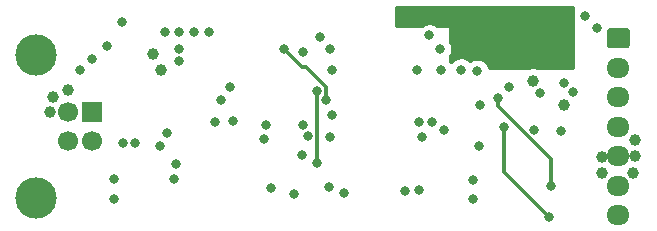
<source format=gbr>
G04 #@! TF.GenerationSoftware,KiCad,Pcbnew,(5.1.7)-1*
G04 #@! TF.CreationDate,2020-10-20T19:41:26+02:00*
G04 #@! TF.ProjectId,EQMOD_DIRECT_Isolated,45514d4f-445f-4444-9952-4543545f4973,rev?*
G04 #@! TF.SameCoordinates,Original*
G04 #@! TF.FileFunction,Copper,L4,Bot*
G04 #@! TF.FilePolarity,Positive*
%FSLAX46Y46*%
G04 Gerber Fmt 4.6, Leading zero omitted, Abs format (unit mm)*
G04 Created by KiCad (PCBNEW (5.1.7)-1) date 2020-10-20 19:41:26*
%MOMM*%
%LPD*%
G01*
G04 APERTURE LIST*
G04 #@! TA.AperFunction,ComponentPad*
%ADD10O,1.950000X1.700000*%
G04 #@! TD*
G04 #@! TA.AperFunction,ComponentPad*
%ADD11R,1.700000X1.700000*%
G04 #@! TD*
G04 #@! TA.AperFunction,ComponentPad*
%ADD12C,1.700000*%
G04 #@! TD*
G04 #@! TA.AperFunction,ComponentPad*
%ADD13C,3.500000*%
G04 #@! TD*
G04 #@! TA.AperFunction,ViaPad*
%ADD14C,0.800000*%
G04 #@! TD*
G04 #@! TA.AperFunction,ViaPad*
%ADD15C,1.000000*%
G04 #@! TD*
G04 #@! TA.AperFunction,Conductor*
%ADD16C,0.300000*%
G04 #@! TD*
G04 #@! TA.AperFunction,Conductor*
%ADD17C,0.254000*%
G04 #@! TD*
G04 #@! TA.AperFunction,Conductor*
%ADD18C,0.100000*%
G04 #@! TD*
G04 APERTURE END LIST*
D10*
X144907000Y-107837000D03*
X144907000Y-105337000D03*
X144907000Y-102837000D03*
X144907000Y-100337000D03*
X144907000Y-97837000D03*
X144907000Y-95337000D03*
G04 #@! TA.AperFunction,ComponentPad*
G36*
G01*
X144182000Y-91987000D02*
X145632000Y-91987000D01*
G75*
G02*
X145882000Y-92237000I0J-250000D01*
G01*
X145882000Y-93437000D01*
G75*
G02*
X145632000Y-93687000I-250000J0D01*
G01*
X144182000Y-93687000D01*
G75*
G02*
X143932000Y-93437000I0J250000D01*
G01*
X143932000Y-92237000D01*
G75*
G02*
X144182000Y-91987000I250000J0D01*
G01*
G37*
G04 #@! TD.AperFunction*
D11*
X100330000Y-99060000D03*
D12*
X100330000Y-101560000D03*
X98330000Y-101560000D03*
X98330000Y-99060000D03*
D13*
X95620000Y-94290000D03*
X95620000Y-106330000D03*
D14*
X107442000Y-103486520D03*
X101594823Y-93522800D03*
X107315000Y-104775000D03*
X107696000Y-94742000D03*
X107696000Y-93726000D03*
X112268000Y-99822000D03*
X115062000Y-100203000D03*
X110786616Y-99937836D03*
X111252000Y-98044000D03*
X114909600Y-101346000D03*
X112014000Y-96926400D03*
X119634000Y-92710000D03*
X120523000Y-93726000D03*
X102870000Y-91440000D03*
X120650000Y-99314000D03*
X118237000Y-100203000D03*
X120396000Y-105410000D03*
X121666000Y-105918000D03*
X102235000Y-106426000D03*
X104013000Y-101727000D03*
X102997000Y-101727000D03*
D15*
X96774000Y-99060000D03*
X97028000Y-97790000D03*
X98330000Y-97250000D03*
D14*
X100318600Y-94626400D03*
X99341447Y-95531447D03*
X106680000Y-100838000D03*
X106533110Y-92300990D03*
X107724010Y-92300990D03*
X108994010Y-92300990D03*
X110264010Y-92300990D03*
X115500998Y-105480001D03*
X106121200Y-101955600D03*
X117476979Y-106043003D03*
X120650000Y-95504000D03*
X118205001Y-94011999D03*
X118110000Y-102705000D03*
X120523000Y-101219000D03*
X118606045Y-101132413D03*
X102235000Y-104775000D03*
D15*
X106181000Y-95495000D03*
X105511600Y-94197500D03*
D14*
X127889000Y-95504000D03*
X129921000Y-95504000D03*
X128270000Y-101219000D03*
X132610331Y-104797331D03*
X142113000Y-90932000D03*
X143129000Y-91948000D03*
D15*
X137644000Y-96417000D03*
X140298500Y-98461500D03*
D14*
X138279000Y-97433000D03*
X133167330Y-98475764D03*
X128905000Y-92583000D03*
X129794000Y-93726000D03*
X133097202Y-101982872D03*
X132945000Y-95591500D03*
X130161000Y-100598000D03*
X128016000Y-99949000D03*
X129159000Y-99949000D03*
X126873000Y-105791000D03*
X128016000Y-105664000D03*
X132588000Y-106426000D03*
X140017500Y-100647500D03*
X141097000Y-97409000D03*
X140335000Y-96647000D03*
D15*
X146271000Y-102837000D03*
X143510000Y-102870000D03*
X146304000Y-101473000D03*
X146177000Y-104267000D03*
X143510000Y-104267000D03*
D14*
X137795000Y-100584000D03*
X131595035Y-95480965D03*
X132080000Y-90805000D03*
X133350000Y-90805000D03*
X134620000Y-90805000D03*
X135890000Y-90805000D03*
X137160000Y-90805000D03*
X138430000Y-90805000D03*
X132080000Y-92075000D03*
X133350000Y-92075000D03*
X134620000Y-92075000D03*
X135890000Y-92075000D03*
X137160000Y-92075000D03*
X138430000Y-92075000D03*
X132080000Y-93345000D03*
X133350000Y-93345000D03*
X134620000Y-93345000D03*
X135890000Y-93345000D03*
X138430000Y-93345000D03*
X135676250Y-96924250D03*
X119356045Y-103357293D03*
X119380000Y-97282000D03*
X139065000Y-107950000D03*
X135255000Y-100330000D03*
X139168500Y-105306500D03*
X134747000Y-97860520D03*
X120142000Y-98044000D03*
X116586000Y-93726000D03*
D16*
X119356045Y-97305955D02*
X119380000Y-97282000D01*
X119356045Y-103357293D02*
X119356045Y-97305955D01*
X135255000Y-100330000D02*
X135255000Y-100965000D01*
X135255000Y-104140000D02*
X139065000Y-107950000D01*
X135255000Y-100965000D02*
X135255000Y-104140000D01*
X134747000Y-98609685D02*
X134747000Y-97860520D01*
X139168500Y-103031185D02*
X134747000Y-98609685D01*
X139168500Y-105306500D02*
X139168500Y-103031185D01*
X120142000Y-96933998D02*
X118458002Y-95250000D01*
X120142000Y-98044000D02*
X120142000Y-96933998D01*
X118458002Y-95250000D02*
X118110000Y-95250000D01*
X118110000Y-95250000D02*
X116586000Y-93726000D01*
D17*
X141097000Y-90734541D02*
X141078000Y-90830061D01*
X141078000Y-91033939D01*
X141097000Y-91129459D01*
X141097000Y-95377000D01*
X138099116Y-95377000D01*
X137975067Y-95325617D01*
X137755788Y-95282000D01*
X137532212Y-95282000D01*
X137312933Y-95325617D01*
X137188884Y-95377000D01*
X133957610Y-95377000D01*
X133940226Y-95289602D01*
X133862205Y-95101244D01*
X133748937Y-94931726D01*
X133604774Y-94787563D01*
X133435256Y-94674295D01*
X133246898Y-94596274D01*
X133046939Y-94556500D01*
X132843061Y-94556500D01*
X132643102Y-94596274D01*
X132454744Y-94674295D01*
X132333253Y-94755472D01*
X132254809Y-94677028D01*
X132085291Y-94563760D01*
X131896933Y-94485739D01*
X131696974Y-94445965D01*
X131493096Y-94445965D01*
X131293137Y-94485739D01*
X131104779Y-94563760D01*
X130935261Y-94677028D01*
X130791098Y-94821191D01*
X130750322Y-94882217D01*
X130724937Y-94844226D01*
X130683000Y-94802289D01*
X130683000Y-94258468D01*
X130711205Y-94216256D01*
X130789226Y-94027898D01*
X130829000Y-93827939D01*
X130829000Y-93624061D01*
X130789226Y-93424102D01*
X130711205Y-93235744D01*
X130683000Y-93193532D01*
X130683000Y-91948000D01*
X130680560Y-91923224D01*
X130673333Y-91899399D01*
X130661597Y-91877443D01*
X130645803Y-91858197D01*
X130626557Y-91842403D01*
X130604601Y-91830667D01*
X130580776Y-91823440D01*
X130556000Y-91821000D01*
X129606711Y-91821000D01*
X129564774Y-91779063D01*
X129395256Y-91665795D01*
X129206898Y-91587774D01*
X129006939Y-91548000D01*
X128803061Y-91548000D01*
X128603102Y-91587774D01*
X128414744Y-91665795D01*
X128245226Y-91779063D01*
X128203289Y-91821000D01*
X126111000Y-91821000D01*
X126111000Y-90195000D01*
X141097000Y-90195000D01*
X141097000Y-90734541D01*
G04 #@! TA.AperFunction,Conductor*
D18*
G36*
X141097000Y-90734541D02*
G01*
X141078000Y-90830061D01*
X141078000Y-91033939D01*
X141097000Y-91129459D01*
X141097000Y-95377000D01*
X138099116Y-95377000D01*
X137975067Y-95325617D01*
X137755788Y-95282000D01*
X137532212Y-95282000D01*
X137312933Y-95325617D01*
X137188884Y-95377000D01*
X133957610Y-95377000D01*
X133940226Y-95289602D01*
X133862205Y-95101244D01*
X133748937Y-94931726D01*
X133604774Y-94787563D01*
X133435256Y-94674295D01*
X133246898Y-94596274D01*
X133046939Y-94556500D01*
X132843061Y-94556500D01*
X132643102Y-94596274D01*
X132454744Y-94674295D01*
X132333253Y-94755472D01*
X132254809Y-94677028D01*
X132085291Y-94563760D01*
X131896933Y-94485739D01*
X131696974Y-94445965D01*
X131493096Y-94445965D01*
X131293137Y-94485739D01*
X131104779Y-94563760D01*
X130935261Y-94677028D01*
X130791098Y-94821191D01*
X130750322Y-94882217D01*
X130724937Y-94844226D01*
X130683000Y-94802289D01*
X130683000Y-94258468D01*
X130711205Y-94216256D01*
X130789226Y-94027898D01*
X130829000Y-93827939D01*
X130829000Y-93624061D01*
X130789226Y-93424102D01*
X130711205Y-93235744D01*
X130683000Y-93193532D01*
X130683000Y-91948000D01*
X130680560Y-91923224D01*
X130673333Y-91899399D01*
X130661597Y-91877443D01*
X130645803Y-91858197D01*
X130626557Y-91842403D01*
X130604601Y-91830667D01*
X130580776Y-91823440D01*
X130556000Y-91821000D01*
X129606711Y-91821000D01*
X129564774Y-91779063D01*
X129395256Y-91665795D01*
X129206898Y-91587774D01*
X129006939Y-91548000D01*
X128803061Y-91548000D01*
X128603102Y-91587774D01*
X128414744Y-91665795D01*
X128245226Y-91779063D01*
X128203289Y-91821000D01*
X126111000Y-91821000D01*
X126111000Y-90195000D01*
X141097000Y-90195000D01*
X141097000Y-90734541D01*
G37*
G04 #@! TD.AperFunction*
M02*

</source>
